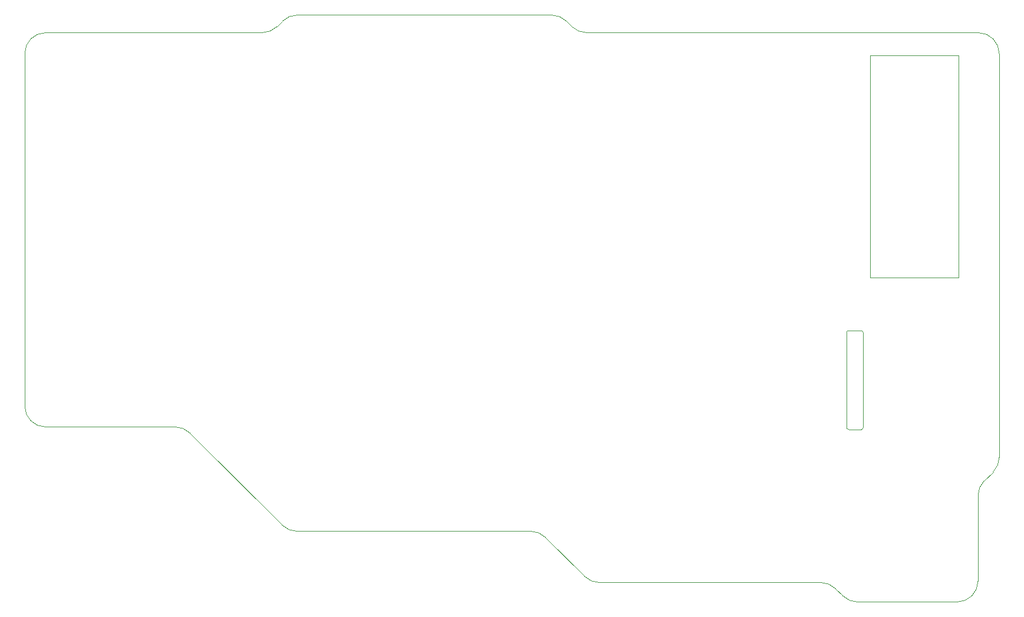
<source format=gm1>
%TF.GenerationSoftware,KiCad,Pcbnew,7.0.5-0*%
%TF.CreationDate,2023-08-03T20:32:26+09:30*%
%TF.ProjectId,Rolio,436f726e-6552-46f6-9c69-6f2e6b696361,rev?*%
%TF.SameCoordinates,Original*%
%TF.FileFunction,Profile,NP*%
%FSLAX46Y46*%
G04 Gerber Fmt 4.6, Leading zero omitted, Abs format (unit mm)*
G04 Created by KiCad (PCBNEW 7.0.5-0) date 2023-08-03 20:32:26*
%MOMM*%
%LPD*%
G01*
G04 APERTURE LIST*
%TA.AperFunction,Profile*%
%ADD10C,0.100000*%
%TD*%
%TA.AperFunction,Profile*%
%ADD11C,0.050000*%
%TD*%
G04 APERTURE END LIST*
D10*
X55866400Y-91608000D02*
X74483759Y-91608000D01*
X170351742Y-115875300D02*
G75*
G03*
X172473041Y-116754000I2121258J2121100D01*
G01*
X89881720Y-33304680D02*
X89099079Y-34087321D01*
X169315100Y-114838660D02*
G75*
G03*
X167193759Y-113960000I-2121300J-2121340D01*
G01*
X169315080Y-114838680D02*
X170351721Y-115875321D01*
X186772400Y-116754000D02*
G75*
G03*
X189772400Y-113754000I0J3000000D01*
G01*
X86977759Y-34966000D02*
X55866400Y-34966000D01*
X128537759Y-32426000D02*
X92003041Y-32426000D01*
X191941700Y-98074658D02*
G75*
G03*
X192820400Y-95953359I-2121100J2121258D01*
G01*
X55866400Y-34966000D02*
G75*
G03*
X52866400Y-37966000I0J-3000000D01*
G01*
X76605100Y-92486660D02*
G75*
G03*
X74483759Y-91608000I-2121300J-2121340D01*
G01*
X172473041Y-116754000D02*
X186772400Y-116754000D01*
X131441700Y-34087340D02*
G75*
G03*
X133563041Y-34966000I2121300J2121340D01*
G01*
X189772400Y-113754000D02*
X189772400Y-101486641D01*
X76605080Y-92486680D02*
X89833721Y-105715321D01*
X192820400Y-95953359D02*
X192820400Y-37966000D01*
X189820400Y-34966000D02*
X133563041Y-34966000D01*
X190651080Y-99365320D02*
X191941721Y-98074679D01*
X192820400Y-37966000D02*
G75*
G03*
X189820400Y-34966000I-3000000J0D01*
G01*
X130659058Y-33304700D02*
G75*
G03*
X128537759Y-32426000I-2121258J-2121100D01*
G01*
X131441720Y-34087320D02*
X130659079Y-33304679D01*
X135389041Y-113960000D02*
X167193759Y-113960000D01*
X174247400Y-38245000D02*
X186947400Y-38245000D01*
X186947400Y-70155000D01*
X174247400Y-70155000D01*
X174247400Y-38245000D01*
X133267742Y-113081300D02*
G75*
G03*
X135389041Y-113960000I2121258J2121100D01*
G01*
X127659100Y-107472660D02*
G75*
G03*
X125537759Y-106594000I-2121300J-2121340D01*
G01*
X92003041Y-32426017D02*
G75*
G03*
X89881720Y-33304680I59J-3000183D01*
G01*
X127659080Y-107472680D02*
X133267721Y-113081321D01*
X86977759Y-34965971D02*
G75*
G03*
X89099079Y-34087321I41J2999971D01*
G01*
X52866400Y-88608000D02*
G75*
G03*
X55866400Y-91608000I3000000J0D01*
G01*
X190651060Y-99365300D02*
G75*
G03*
X189772400Y-101486641I2121340J-2121300D01*
G01*
X52866400Y-37966000D02*
X52866400Y-88608000D01*
X91955041Y-106594000D02*
X125537759Y-106594000D01*
X89833742Y-105715300D02*
G75*
G03*
X91955041Y-106594000I2121258J2121100D01*
G01*
D11*
%TO.C,RE_1*%
X173297400Y-91670000D02*
X173297400Y-78070000D01*
X172997400Y-77770000D02*
X171197400Y-77770000D01*
X171197400Y-91970000D02*
X172997400Y-91970000D01*
X170897400Y-78070000D02*
X170897400Y-91670000D01*
X172997400Y-91970000D02*
G75*
G03*
X173297400Y-91670000I0J300000D01*
G01*
X173297400Y-78070000D02*
G75*
G03*
X172997400Y-77770000I-300000J0D01*
G01*
X170897400Y-91670000D02*
G75*
G03*
X171197400Y-91970000I300000J0D01*
G01*
X171197400Y-77770000D02*
G75*
G03*
X170897400Y-78070000I0J-300000D01*
G01*
%TD*%
M02*

</source>
